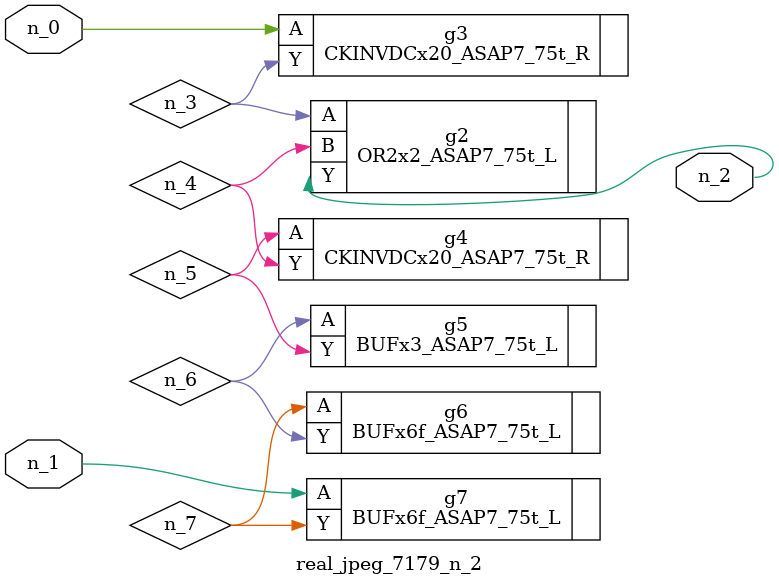
<source format=v>
module real_jpeg_7179_n_2 (n_1, n_0, n_2);

input n_1;
input n_0;

output n_2;

wire n_5;
wire n_4;
wire n_6;
wire n_7;
wire n_3;

CKINVDCx20_ASAP7_75t_R g3 ( 
.A(n_0),
.Y(n_3)
);

BUFx6f_ASAP7_75t_L g7 ( 
.A(n_1),
.Y(n_7)
);

OR2x2_ASAP7_75t_L g2 ( 
.A(n_3),
.B(n_4),
.Y(n_2)
);

CKINVDCx20_ASAP7_75t_R g4 ( 
.A(n_5),
.Y(n_4)
);

BUFx3_ASAP7_75t_L g5 ( 
.A(n_6),
.Y(n_5)
);

BUFx6f_ASAP7_75t_L g6 ( 
.A(n_7),
.Y(n_6)
);


endmodule
</source>
